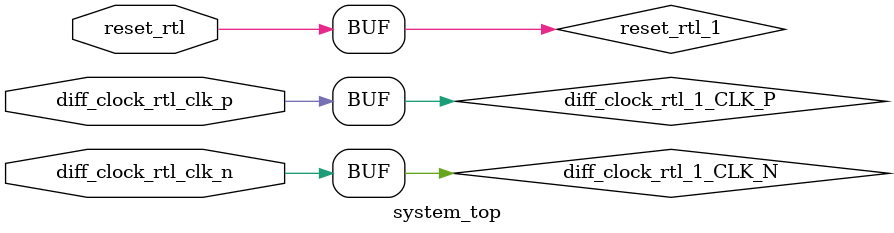
<source format=v>
`timescale 1 ps / 1 ps

module microblaze_0_local_memory_imp_EN32NK
   (DLMB_abus,
    DLMB_addrstrobe,
    DLMB_be,
    DLMB_ce,
    DLMB_readdbus,
    DLMB_readstrobe,
    DLMB_ready,
    DLMB_ue,
    DLMB_wait,
    DLMB_writedbus,
    DLMB_writestrobe,
    ILMB_abus,
    ILMB_addrstrobe,
    ILMB_ce,
    ILMB_readdbus,
    ILMB_readstrobe,
    ILMB_ready,
    ILMB_ue,
    ILMB_wait,
    LMB_Clk,
    SYS_Rst);
  input [0:31]DLMB_abus;
  input DLMB_addrstrobe;
  input [0:3]DLMB_be;
  output DLMB_ce;
  output [0:31]DLMB_readdbus;
  input DLMB_readstrobe;
  output DLMB_ready;
  output DLMB_ue;
  output DLMB_wait;
  input [0:31]DLMB_writedbus;
  input DLMB_writestrobe;
  input [0:31]ILMB_abus;
  input ILMB_addrstrobe;
  output ILMB_ce;
  output [0:31]ILMB_readdbus;
  input ILMB_readstrobe;
  output ILMB_ready;
  output ILMB_ue;
  output ILMB_wait;
  input LMB_Clk;
  input SYS_Rst;

  wire SYS_Rst_1;
  wire microblaze_0_Clk;
  wire [0:31]microblaze_0_dlmb_ABUS;
  wire microblaze_0_dlmb_ADDRSTROBE;
  wire [0:3]microblaze_0_dlmb_BE;
  wire microblaze_0_dlmb_CE;
  wire [0:31]microblaze_0_dlmb_READDBUS;
  wire microblaze_0_dlmb_READSTROBE;
  wire microblaze_0_dlmb_READY;
  wire microblaze_0_dlmb_UE;
  wire microblaze_0_dlmb_WAIT;
  wire [0:31]microblaze_0_dlmb_WRITEDBUS;
  wire microblaze_0_dlmb_WRITESTROBE;
  wire [0:31]microblaze_0_dlmb_bus_ABUS;
  wire microblaze_0_dlmb_bus_ADDRSTROBE;
  wire [0:3]microblaze_0_dlmb_bus_BE;
  wire microblaze_0_dlmb_bus_CE;
  wire [0:31]microblaze_0_dlmb_bus_READDBUS;
  wire microblaze_0_dlmb_bus_READSTROBE;
  wire microblaze_0_dlmb_bus_READY;
  wire microblaze_0_dlmb_bus_UE;
  wire microblaze_0_dlmb_bus_WAIT;
  wire [0:31]microblaze_0_dlmb_bus_WRITEDBUS;
  wire microblaze_0_dlmb_bus_WRITESTROBE;
  wire [0:31]microblaze_0_dlmb_cntlr_ADDR;
  wire microblaze_0_dlmb_cntlr_CLK;
  wire [0:31]microblaze_0_dlmb_cntlr_DIN;
  wire [31:0]microblaze_0_dlmb_cntlr_DOUT;
  wire microblaze_0_dlmb_cntlr_EN;
  wire microblaze_0_dlmb_cntlr_RST;
  wire [0:3]microblaze_0_dlmb_cntlr_WE;
  wire [0:31]microblaze_0_ilmb_ABUS;
  wire microblaze_0_ilmb_ADDRSTROBE;
  wire microblaze_0_ilmb_CE;
  wire [0:31]microblaze_0_ilmb_READDBUS;
  wire microblaze_0_ilmb_READSTROBE;
  wire microblaze_0_ilmb_READY;
  wire microblaze_0_ilmb_UE;
  wire microblaze_0_ilmb_WAIT;
  wire [0:31]microblaze_0_ilmb_bus_ABUS;
  wire microblaze_0_ilmb_bus_ADDRSTROBE;
  wire [0:3]microblaze_0_ilmb_bus_BE;
  wire microblaze_0_ilmb_bus_CE;
  wire [0:31]microblaze_0_ilmb_bus_READDBUS;
  wire microblaze_0_ilmb_bus_READSTROBE;
  wire microblaze_0_ilmb_bus_READY;
  wire microblaze_0_ilmb_bus_UE;
  wire microblaze_0_ilmb_bus_WAIT;
  wire [0:31]microblaze_0_ilmb_bus_WRITEDBUS;
  wire microblaze_0_ilmb_bus_WRITESTROBE;
  wire [0:31]microblaze_0_ilmb_cntlr_ADDR;
  wire microblaze_0_ilmb_cntlr_CLK;
  wire [0:31]microblaze_0_ilmb_cntlr_DIN;
  wire [31:0]microblaze_0_ilmb_cntlr_DOUT;
  wire microblaze_0_ilmb_cntlr_EN;
  wire microblaze_0_ilmb_cntlr_RST;
  wire [0:3]microblaze_0_ilmb_cntlr_WE;

  assign DLMB_ce = microblaze_0_dlmb_CE;
  assign DLMB_readdbus[0:31] = microblaze_0_dlmb_READDBUS;
  assign DLMB_ready = microblaze_0_dlmb_READY;
  assign DLMB_ue = microblaze_0_dlmb_UE;
  assign DLMB_wait = microblaze_0_dlmb_WAIT;
  assign ILMB_ce = microblaze_0_ilmb_CE;
  assign ILMB_readdbus[0:31] = microblaze_0_ilmb_READDBUS;
  assign ILMB_ready = microblaze_0_ilmb_READY;
  assign ILMB_ue = microblaze_0_ilmb_UE;
  assign ILMB_wait = microblaze_0_ilmb_WAIT;
  assign SYS_Rst_1 = SYS_Rst;
  assign microblaze_0_Clk = LMB_Clk;
  assign microblaze_0_dlmb_ABUS = DLMB_abus[0:31];
  assign microblaze_0_dlmb_ADDRSTROBE = DLMB_addrstrobe;
  assign microblaze_0_dlmb_BE = DLMB_be[0:3];
  assign microblaze_0_dlmb_READSTROBE = DLMB_readstrobe;
  assign microblaze_0_dlmb_WRITEDBUS = DLMB_writedbus[0:31];
  assign microblaze_0_dlmb_WRITESTROBE = DLMB_writestrobe;
  assign microblaze_0_ilmb_ABUS = ILMB_abus[0:31];
  assign microblaze_0_ilmb_ADDRSTROBE = ILMB_addrstrobe;
  assign microblaze_0_ilmb_READSTROBE = ILMB_readstrobe;
  (* BMM_INFO_ADDRESS_SPACE = "byte  0x00000000 32 > system_top microblaze_0_local_memory/lmb_bram" *) 
  (* KEEP_HIERARCHY = "yes" *) 
  system_top_dlmb_bram_if_cntlr_1 dlmb_bram_if_cntlr
       (.BRAM_Addr_A(microblaze_0_dlmb_cntlr_ADDR),
        .BRAM_Clk_A(microblaze_0_dlmb_cntlr_CLK),
        .BRAM_Din_A({microblaze_0_dlmb_cntlr_DOUT[31],microblaze_0_dlmb_cntlr_DOUT[30],microblaze_0_dlmb_cntlr_DOUT[29],microblaze_0_dlmb_cntlr_DOUT[28],microblaze_0_dlmb_cntlr_DOUT[27],microblaze_0_dlmb_cntlr_DOUT[26],microblaze_0_dlmb_cntlr_DOUT[25],microblaze_0_dlmb_cntlr_DOUT[24],microblaze_0_dlmb_cntlr_DOUT[23],microblaze_0_dlmb_cntlr_DOUT[22],microblaze_0_dlmb_cntlr_DOUT[21],microblaze_0_dlmb_cntlr_DOUT[20],microblaze_0_dlmb_cntlr_DOUT[19],microblaze_0_dlmb_cntlr_DOUT[18],microblaze_0_dlmb_cntlr_DOUT[17],microblaze_0_dlmb_cntlr_DOUT[16],microblaze_0_dlmb_cntlr_DOUT[15],microblaze_0_dlmb_cntlr_DOUT[14],microblaze_0_dlmb_cntlr_DOUT[13],microblaze_0_dlmb_cntlr_DOUT[12],microblaze_0_dlmb_cntlr_DOUT[11],microblaze_0_dlmb_cntlr_DOUT[10],microblaze_0_dlmb_cntlr_DOUT[9],microblaze_0_dlmb_cntlr_DOUT[8],microblaze_0_dlmb_cntlr_DOUT[7],microblaze_0_dlmb_cntlr_DOUT[6],microblaze_0_dlmb_cntlr_DOUT[5],microblaze_0_dlmb_cntlr_DOUT[4],microblaze_0_dlmb_cntlr_DOUT[3],microblaze_0_dlmb_cntlr_DOUT[2],microblaze_0_dlmb_cntlr_DOUT[1],microblaze_0_dlmb_cntlr_DOUT[0]}),
        .BRAM_Dout_A(microblaze_0_dlmb_cntlr_DIN),
        .BRAM_EN_A(microblaze_0_dlmb_cntlr_EN),
        .BRAM_Rst_A(microblaze_0_dlmb_cntlr_RST),
        .BRAM_WEN_A(microblaze_0_dlmb_cntlr_WE),
        .LMB_ABus(microblaze_0_dlmb_bus_ABUS),
        .LMB_AddrStrobe(microblaze_0_dlmb_bus_ADDRSTROBE),
        .LMB_BE(microblaze_0_dlmb_bus_BE),
        .LMB_Clk(microblaze_0_Clk),
        .LMB_ReadStrobe(microblaze_0_dlmb_bus_READSTROBE),
        .LMB_Rst(SYS_Rst_1),
        .LMB_WriteDBus(microblaze_0_dlmb_bus_WRITEDBUS),
        .LMB_WriteStrobe(microblaze_0_dlmb_bus_WRITESTROBE),
        .Sl_CE(microblaze_0_dlmb_bus_CE),
        .Sl_DBus(microblaze_0_dlmb_bus_READDBUS),
        .Sl_Ready(microblaze_0_dlmb_bus_READY),
        .Sl_UE(microblaze_0_dlmb_bus_UE),
        .Sl_Wait(microblaze_0_dlmb_bus_WAIT));
  system_top_dlmb_v10_1 dlmb_v10
       (.LMB_ABus(microblaze_0_dlmb_bus_ABUS),
        .LMB_AddrStrobe(microblaze_0_dlmb_bus_ADDRSTROBE),
        .LMB_BE(microblaze_0_dlmb_bus_BE),
        .LMB_CE(microblaze_0_dlmb_CE),
        .LMB_Clk(microblaze_0_Clk),
        .LMB_ReadDBus(microblaze_0_dlmb_READDBUS),
        .LMB_ReadStrobe(microblaze_0_dlmb_bus_READSTROBE),
        .LMB_Ready(microblaze_0_dlmb_READY),
        .LMB_UE(microblaze_0_dlmb_UE),
        .LMB_Wait(microblaze_0_dlmb_WAIT),
        .LMB_WriteDBus(microblaze_0_dlmb_bus_WRITEDBUS),
        .LMB_WriteStrobe(microblaze_0_dlmb_bus_WRITESTROBE),
        .M_ABus(microblaze_0_dlmb_ABUS),
        .M_AddrStrobe(microblaze_0_dlmb_ADDRSTROBE),
        .M_BE(microblaze_0_dlmb_BE),
        .M_DBus(microblaze_0_dlmb_WRITEDBUS),
        .M_ReadStrobe(microblaze_0_dlmb_READSTROBE),
        .M_WriteStrobe(microblaze_0_dlmb_WRITESTROBE),
        .SYS_Rst(SYS_Rst_1),
        .Sl_CE(microblaze_0_dlmb_bus_CE),
        .Sl_DBus(microblaze_0_dlmb_bus_READDBUS),
        .Sl_Ready(microblaze_0_dlmb_bus_READY),
        .Sl_UE(microblaze_0_dlmb_bus_UE),
        .Sl_Wait(microblaze_0_dlmb_bus_WAIT));
  system_top_ilmb_bram_if_cntlr_1 ilmb_bram_if_cntlr
       (.BRAM_Addr_A(microblaze_0_ilmb_cntlr_ADDR),
        .BRAM_Clk_A(microblaze_0_ilmb_cntlr_CLK),
        .BRAM_Din_A({microblaze_0_ilmb_cntlr_DOUT[31],microblaze_0_ilmb_cntlr_DOUT[30],microblaze_0_ilmb_cntlr_DOUT[29],microblaze_0_ilmb_cntlr_DOUT[28],microblaze_0_ilmb_cntlr_DOUT[27],microblaze_0_ilmb_cntlr_DOUT[26],microblaze_0_ilmb_cntlr_DOUT[25],microblaze_0_ilmb_cntlr_DOUT[24],microblaze_0_ilmb_cntlr_DOUT[23],microblaze_0_ilmb_cntlr_DOUT[22],microblaze_0_ilmb_cntlr_DOUT[21],microblaze_0_ilmb_cntlr_DOUT[20],microblaze_0_ilmb_cntlr_DOUT[19],microblaze_0_ilmb_cntlr_DOUT[18],microblaze_0_ilmb_cntlr_DOUT[17],microblaze_0_ilmb_cntlr_DOUT[16],microblaze_0_ilmb_cntlr_DOUT[15],microblaze_0_ilmb_cntlr_DOUT[14],microblaze_0_ilmb_cntlr_DOUT[13],microblaze_0_ilmb_cntlr_DOUT[12],microblaze_0_ilmb_cntlr_DOUT[11],microblaze_0_ilmb_cntlr_DOUT[10],microblaze_0_ilmb_cntlr_DOUT[9],microblaze_0_ilmb_cntlr_DOUT[8],microblaze_0_ilmb_cntlr_DOUT[7],microblaze_0_ilmb_cntlr_DOUT[6],microblaze_0_ilmb_cntlr_DOUT[5],microblaze_0_ilmb_cntlr_DOUT[4],microblaze_0_ilmb_cntlr_DOUT[3],microblaze_0_ilmb_cntlr_DOUT[2],microblaze_0_ilmb_cntlr_DOUT[1],microblaze_0_ilmb_cntlr_DOUT[0]}),
        .BRAM_Dout_A(microblaze_0_ilmb_cntlr_DIN),
        .BRAM_EN_A(microblaze_0_ilmb_cntlr_EN),
        .BRAM_Rst_A(microblaze_0_ilmb_cntlr_RST),
        .BRAM_WEN_A(microblaze_0_ilmb_cntlr_WE),
        .LMB_ABus(microblaze_0_ilmb_bus_ABUS),
        .LMB_AddrStrobe(microblaze_0_ilmb_bus_ADDRSTROBE),
        .LMB_BE(microblaze_0_ilmb_bus_BE),
        .LMB_Clk(microblaze_0_Clk),
        .LMB_ReadStrobe(microblaze_0_ilmb_bus_READSTROBE),
        .LMB_Rst(SYS_Rst_1),
        .LMB_WriteDBus(microblaze_0_ilmb_bus_WRITEDBUS),
        .LMB_WriteStrobe(microblaze_0_ilmb_bus_WRITESTROBE),
        .Sl_CE(microblaze_0_ilmb_bus_CE),
        .Sl_DBus(microblaze_0_ilmb_bus_READDBUS),
        .Sl_Ready(microblaze_0_ilmb_bus_READY),
        .Sl_UE(microblaze_0_ilmb_bus_UE),
        .Sl_Wait(microblaze_0_ilmb_bus_WAIT));
  system_top_ilmb_v10_1 ilmb_v10
       (.LMB_ABus(microblaze_0_ilmb_bus_ABUS),
        .LMB_AddrStrobe(microblaze_0_ilmb_bus_ADDRSTROBE),
        .LMB_BE(microblaze_0_ilmb_bus_BE),
        .LMB_CE(microblaze_0_ilmb_CE),
        .LMB_Clk(microblaze_0_Clk),
        .LMB_ReadDBus(microblaze_0_ilmb_READDBUS),
        .LMB_ReadStrobe(microblaze_0_ilmb_bus_READSTROBE),
        .LMB_Ready(microblaze_0_ilmb_READY),
        .LMB_UE(microblaze_0_ilmb_UE),
        .LMB_Wait(microblaze_0_ilmb_WAIT),
        .LMB_WriteDBus(microblaze_0_ilmb_bus_WRITEDBUS),
        .LMB_WriteStrobe(microblaze_0_ilmb_bus_WRITESTROBE),
        .M_ABus(microblaze_0_ilmb_ABUS),
        .M_AddrStrobe(microblaze_0_ilmb_ADDRSTROBE),
        .M_BE({1'b0,1'b0,1'b0,1'b0}),
        .M_DBus({1'b0,1'b0,1'b0,1'b0,1'b0,1'b0,1'b0,1'b0,1'b0,1'b0,1'b0,1'b0,1'b0,1'b0,1'b0,1'b0,1'b0,1'b0,1'b0,1'b0,1'b0,1'b0,1'b0,1'b0,1'b0,1'b0,1'b0,1'b0,1'b0,1'b0,1'b0,1'b0}),
        .M_ReadStrobe(microblaze_0_ilmb_READSTROBE),
        .M_WriteStrobe(1'b0),
        .SYS_Rst(SYS_Rst_1),
        .Sl_CE(microblaze_0_ilmb_bus_CE),
        .Sl_DBus(microblaze_0_ilmb_bus_READDBUS),
        .Sl_Ready(microblaze_0_ilmb_bus_READY),
        .Sl_UE(microblaze_0_ilmb_bus_UE),
        .Sl_Wait(microblaze_0_ilmb_bus_WAIT));
  system_top_lmb_bram_1 lmb_bram
       (.addra({microblaze_0_dlmb_cntlr_ADDR[0],microblaze_0_dlmb_cntlr_ADDR[1],microblaze_0_dlmb_cntlr_ADDR[2],microblaze_0_dlmb_cntlr_ADDR[3],microblaze_0_dlmb_cntlr_ADDR[4],microblaze_0_dlmb_cntlr_ADDR[5],microblaze_0_dlmb_cntlr_ADDR[6],microblaze_0_dlmb_cntlr_ADDR[7],microblaze_0_dlmb_cntlr_ADDR[8],microblaze_0_dlmb_cntlr_ADDR[9],microblaze_0_dlmb_cntlr_ADDR[10],microblaze_0_dlmb_cntlr_ADDR[11],microblaze_0_dlmb_cntlr_ADDR[12],microblaze_0_dlmb_cntlr_ADDR[13],microblaze_0_dlmb_cntlr_ADDR[14],microblaze_0_dlmb_cntlr_ADDR[15],microblaze_0_dlmb_cntlr_ADDR[16],microblaze_0_dlmb_cntlr_ADDR[17],microblaze_0_dlmb_cntlr_ADDR[18],microblaze_0_dlmb_cntlr_ADDR[19],microblaze_0_dlmb_cntlr_ADDR[20],microblaze_0_dlmb_cntlr_ADDR[21],microblaze_0_dlmb_cntlr_ADDR[22],microblaze_0_dlmb_cntlr_ADDR[23],microblaze_0_dlmb_cntlr_ADDR[24],microblaze_0_dlmb_cntlr_ADDR[25],microblaze_0_dlmb_cntlr_ADDR[26],microblaze_0_dlmb_cntlr_ADDR[27],microblaze_0_dlmb_cntlr_ADDR[28],microblaze_0_dlmb_cntlr_ADDR[29],microblaze_0_dlmb_cntlr_ADDR[30],microblaze_0_dlmb_cntlr_ADDR[31]}),
        .addrb({microblaze_0_ilmb_cntlr_ADDR[0],microblaze_0_ilmb_cntlr_ADDR[1],microblaze_0_ilmb_cntlr_ADDR[2],microblaze_0_ilmb_cntlr_ADDR[3],microblaze_0_ilmb_cntlr_ADDR[4],microblaze_0_ilmb_cntlr_ADDR[5],microblaze_0_ilmb_cntlr_ADDR[6],microblaze_0_ilmb_cntlr_ADDR[7],microblaze_0_ilmb_cntlr_ADDR[8],microblaze_0_ilmb_cntlr_ADDR[9],microblaze_0_ilmb_cntlr_ADDR[10],microblaze_0_ilmb_cntlr_ADDR[11],microblaze_0_ilmb_cntlr_ADDR[12],microblaze_0_ilmb_cntlr_ADDR[13],microblaze_0_ilmb_cntlr_ADDR[14],microblaze_0_ilmb_cntlr_ADDR[15],microblaze_0_ilmb_cntlr_ADDR[16],microblaze_0_ilmb_cntlr_ADDR[17],microblaze_0_ilmb_cntlr_ADDR[18],microblaze_0_ilmb_cntlr_ADDR[19],microblaze_0_ilmb_cntlr_ADDR[20],microblaze_0_ilmb_cntlr_ADDR[21],microblaze_0_ilmb_cntlr_ADDR[22],microblaze_0_ilmb_cntlr_ADDR[23],microblaze_0_ilmb_cntlr_ADDR[24],microblaze_0_ilmb_cntlr_ADDR[25],microblaze_0_ilmb_cntlr_ADDR[26],microblaze_0_ilmb_cntlr_ADDR[27],microblaze_0_ilmb_cntlr_ADDR[28],microblaze_0_ilmb_cntlr_ADDR[29],microblaze_0_ilmb_cntlr_ADDR[30],microblaze_0_ilmb_cntlr_ADDR[31]}),
        .clka(microblaze_0_dlmb_cntlr_CLK),
        .clkb(microblaze_0_ilmb_cntlr_CLK),
        .dina({microblaze_0_dlmb_cntlr_DIN[0],microblaze_0_dlmb_cntlr_DIN[1],microblaze_0_dlmb_cntlr_DIN[2],microblaze_0_dlmb_cntlr_DIN[3],microblaze_0_dlmb_cntlr_DIN[4],microblaze_0_dlmb_cntlr_DIN[5],microblaze_0_dlmb_cntlr_DIN[6],microblaze_0_dlmb_cntlr_DIN[7],microblaze_0_dlmb_cntlr_DIN[8],microblaze_0_dlmb_cntlr_DIN[9],microblaze_0_dlmb_cntlr_DIN[10],microblaze_0_dlmb_cntlr_DIN[11],microblaze_0_dlmb_cntlr_DIN[12],microblaze_0_dlmb_cntlr_DIN[13],microblaze_0_dlmb_cntlr_DIN[14],microblaze_0_dlmb_cntlr_DIN[15],microblaze_0_dlmb_cntlr_DIN[16],microblaze_0_dlmb_cntlr_DIN[17],microblaze_0_dlmb_cntlr_DIN[18],microblaze_0_dlmb_cntlr_DIN[19],microblaze_0_dlmb_cntlr_DIN[20],microblaze_0_dlmb_cntlr_DIN[21],microblaze_0_dlmb_cntlr_DIN[22],microblaze_0_dlmb_cntlr_DIN[23],microblaze_0_dlmb_cntlr_DIN[24],microblaze_0_dlmb_cntlr_DIN[25],microblaze_0_dlmb_cntlr_DIN[26],microblaze_0_dlmb_cntlr_DIN[27],microblaze_0_dlmb_cntlr_DIN[28],microblaze_0_dlmb_cntlr_DIN[29],microblaze_0_dlmb_cntlr_DIN[30],microblaze_0_dlmb_cntlr_DIN[31]}),
        .dinb({microblaze_0_ilmb_cntlr_DIN[0],microblaze_0_ilmb_cntlr_DIN[1],microblaze_0_ilmb_cntlr_DIN[2],microblaze_0_ilmb_cntlr_DIN[3],microblaze_0_ilmb_cntlr_DIN[4],microblaze_0_ilmb_cntlr_DIN[5],microblaze_0_ilmb_cntlr_DIN[6],microblaze_0_ilmb_cntlr_DIN[7],microblaze_0_ilmb_cntlr_DIN[8],microblaze_0_ilmb_cntlr_DIN[9],microblaze_0_ilmb_cntlr_DIN[10],microblaze_0_ilmb_cntlr_DIN[11],microblaze_0_ilmb_cntlr_DIN[12],microblaze_0_ilmb_cntlr_DIN[13],microblaze_0_ilmb_cntlr_DIN[14],microblaze_0_ilmb_cntlr_DIN[15],microblaze_0_ilmb_cntlr_DIN[16],microblaze_0_ilmb_cntlr_DIN[17],microblaze_0_ilmb_cntlr_DIN[18],microblaze_0_ilmb_cntlr_DIN[19],microblaze_0_ilmb_cntlr_DIN[20],microblaze_0_ilmb_cntlr_DIN[21],microblaze_0_ilmb_cntlr_DIN[22],microblaze_0_ilmb_cntlr_DIN[23],microblaze_0_ilmb_cntlr_DIN[24],microblaze_0_ilmb_cntlr_DIN[25],microblaze_0_ilmb_cntlr_DIN[26],microblaze_0_ilmb_cntlr_DIN[27],microblaze_0_ilmb_cntlr_DIN[28],microblaze_0_ilmb_cntlr_DIN[29],microblaze_0_ilmb_cntlr_DIN[30],microblaze_0_ilmb_cntlr_DIN[31]}),
        .douta(microblaze_0_dlmb_cntlr_DOUT),
        .doutb(microblaze_0_ilmb_cntlr_DOUT),
        .ena(microblaze_0_dlmb_cntlr_EN),
        .enb(microblaze_0_ilmb_cntlr_EN),
        .rsta(microblaze_0_dlmb_cntlr_RST),
        .rstb(microblaze_0_ilmb_cntlr_RST),
        .wea({microblaze_0_dlmb_cntlr_WE[0],microblaze_0_dlmb_cntlr_WE[1],microblaze_0_dlmb_cntlr_WE[2],microblaze_0_dlmb_cntlr_WE[3]}),
        .web({microblaze_0_ilmb_cntlr_WE[0],microblaze_0_ilmb_cntlr_WE[1],microblaze_0_ilmb_cntlr_WE[2],microblaze_0_ilmb_cntlr_WE[3]}));
endmodule

(* CORE_GENERATION_INFO = "system_top,IP_Integrator,{x_ipVendor=xilinx.com,x_ipLibrary=BlockDiagram,x_ipName=system_top,x_ipVersion=1.00.a,x_ipLanguage=VERILOG,numBlks=14,numReposBlks=13,numNonXlnxBlks=0,numHierBlks=1,maxHierDepth=1,numSysgenBlks=0,numHlsBlks=0,numHdlrefBlks=0,numPkgbdBlks=0,bdsource=USER,da_axi4_cnt=5,da_board_cnt=9,da_clkrst_cnt=1,da_mb_cnt=2,da_ps7_cnt=1,synth_mode=OOC_per_IP}" *) (* HW_HANDOFF = "system_top.hwdef" *) 
module system_top
   (diff_clock_rtl_clk_n,
    diff_clock_rtl_clk_p,
    reset_rtl);
  (* X_INTERFACE_INFO = "xilinx.com:interface:diff_clock:1.0 diff_clock_rtl CLK_N" *) (* X_INTERFACE_PARAMETER = "XIL_INTERFACENAME diff_clock_rtl, CAN_DEBUG false, FREQ_HZ 100000000" *) input diff_clock_rtl_clk_n;
  (* X_INTERFACE_INFO = "xilinx.com:interface:diff_clock:1.0 diff_clock_rtl CLK_P" *) input diff_clock_rtl_clk_p;
  (* X_INTERFACE_INFO = "xilinx.com:signal:reset:1.0 RST.RESET_RTL RST" *) (* X_INTERFACE_PARAMETER = "XIL_INTERFACENAME RST.RESET_RTL, INSERT_VIP 0, POLARITY ACTIVE_LOW" *) input reset_rtl;

  wire [12:0]axi_bram_ctrl_0_BRAM_PORTA_ADDR;
  wire axi_bram_ctrl_0_BRAM_PORTA_CLK;
  wire [31:0]axi_bram_ctrl_0_BRAM_PORTA_DIN;
  wire [31:0]axi_bram_ctrl_0_BRAM_PORTA_DOUT;
  wire axi_bram_ctrl_0_BRAM_PORTA_EN;
  wire axi_bram_ctrl_0_BRAM_PORTA_RST;
  wire [3:0]axi_bram_ctrl_0_BRAM_PORTA_WE;
  wire [12:0]axi_bram_ctrl_0_BRAM_PORTB_ADDR;
  wire axi_bram_ctrl_0_BRAM_PORTB_CLK;
  wire [31:0]axi_bram_ctrl_0_BRAM_PORTB_DIN;
  wire [31:0]axi_bram_ctrl_0_BRAM_PORTB_DOUT;
  wire axi_bram_ctrl_0_BRAM_PORTB_EN;
  wire axi_bram_ctrl_0_BRAM_PORTB_RST;
  wire [3:0]axi_bram_ctrl_0_BRAM_PORTB_WE;
  wire [12:0]axi_smc_M00_AXI_ARADDR;
  wire [1:0]axi_smc_M00_AXI_ARBURST;
  wire [3:0]axi_smc_M00_AXI_ARCACHE;
  wire [7:0]axi_smc_M00_AXI_ARLEN;
  wire [0:0]axi_smc_M00_AXI_ARLOCK;
  wire [2:0]axi_smc_M00_AXI_ARPROT;
  wire axi_smc_M00_AXI_ARREADY;
  wire [2:0]axi_smc_M00_AXI_ARSIZE;
  wire axi_smc_M00_AXI_ARVALID;
  wire [12:0]axi_smc_M00_AXI_AWADDR;
  wire [1:0]axi_smc_M00_AXI_AWBURST;
  wire [3:0]axi_smc_M00_AXI_AWCACHE;
  wire [7:0]axi_smc_M00_AXI_AWLEN;
  wire [0:0]axi_smc_M00_AXI_AWLOCK;
  wire [2:0]axi_smc_M00_AXI_AWPROT;
  wire axi_smc_M00_AXI_AWREADY;
  wire [2:0]axi_smc_M00_AXI_AWSIZE;
  wire axi_smc_M00_AXI_AWVALID;
  wire axi_smc_M00_AXI_BREADY;
  wire [1:0]axi_smc_M00_AXI_BRESP;
  wire axi_smc_M00_AXI_BVALID;
  wire [31:0]axi_smc_M00_AXI_RDATA;
  wire axi_smc_M00_AXI_RLAST;
  wire axi_smc_M00_AXI_RREADY;
  wire [1:0]axi_smc_M00_AXI_RRESP;
  wire axi_smc_M00_AXI_RVALID;
  wire [31:0]axi_smc_M00_AXI_WDATA;
  wire axi_smc_M00_AXI_WLAST;
  wire axi_smc_M00_AXI_WREADY;
  wire [3:0]axi_smc_M00_AXI_WSTRB;
  wire axi_smc_M00_AXI_WVALID;
  wire [10:0]axi_smc_M01_AXI_ARADDR;
  wire axi_smc_M01_AXI_ARREADY;
  wire axi_smc_M01_AXI_ARVALID;
  wire [10:0]axi_smc_M01_AXI_AWADDR;
  wire axi_smc_M01_AXI_AWREADY;
  wire axi_smc_M01_AXI_AWVALID;
  wire axi_smc_M01_AXI_BREADY;
  wire [1:0]axi_smc_M01_AXI_BRESP;
  wire axi_smc_M01_AXI_BVALID;
  wire [31:0]axi_smc_M01_AXI_RDATA;
  wire axi_smc_M01_AXI_RREADY;
  wire [1:0]axi_smc_M01_AXI_RRESP;
  wire axi_smc_M01_AXI_RVALID;
  wire [31:0]axi_smc_M01_AXI_WDATA;
  wire axi_smc_M01_AXI_WREADY;
  wire [3:0]axi_smc_M01_AXI_WSTRB;
  wire axi_smc_M01_AXI_WVALID;
  wire clk_wiz_1_locked;
  wire diff_clock_rtl_1_CLK_N;
  wire diff_clock_rtl_1_CLK_P;
  wire mdm_1_debug_sys_rst;
  wire microblaze_0_Clk;
  wire [31:0]microblaze_0_M_AXI_DP_ARADDR;
  wire [2:0]microblaze_0_M_AXI_DP_ARPROT;
  wire microblaze_0_M_AXI_DP_ARREADY;
  wire microblaze_0_M_AXI_DP_ARVALID;
  wire [31:0]microblaze_0_M_AXI_DP_AWADDR;
  wire [2:0]microblaze_0_M_AXI_DP_AWPROT;
  wire microblaze_0_M_AXI_DP_AWREADY;
  wire microblaze_0_M_AXI_DP_AWVALID;
  wire microblaze_0_M_AXI_DP_BREADY;
  wire [1:0]microblaze_0_M_AXI_DP_BRESP;
  wire microblaze_0_M_AXI_DP_BVALID;
  wire [31:0]microblaze_0_M_AXI_DP_RDATA;
  wire microblaze_0_M_AXI_DP_RREADY;
  wire [1:0]microblaze_0_M_AXI_DP_RRESP;
  wire microblaze_0_M_AXI_DP_RVALID;
  wire [31:0]microblaze_0_M_AXI_DP_WDATA;
  wire microblaze_0_M_AXI_DP_WREADY;
  wire [3:0]microblaze_0_M_AXI_DP_WSTRB;
  wire microblaze_0_M_AXI_DP_WVALID;
  wire microblaze_0_debug_CAPTURE;
  wire microblaze_0_debug_CLK;
  wire microblaze_0_debug_DISABLE;
  wire [0:7]microblaze_0_debug_REG_EN;
  wire microblaze_0_debug_RST;
  wire microblaze_0_debug_SHIFT;
  wire microblaze_0_debug_TDI;
  wire microblaze_0_debug_TDO;
  wire microblaze_0_debug_UPDATE;
  wire [0:31]microblaze_0_dlmb_1_ABUS;
  wire microblaze_0_dlmb_1_ADDRSTROBE;
  wire [0:3]microblaze_0_dlmb_1_BE;
  wire microblaze_0_dlmb_1_CE;
  wire [0:31]microblaze_0_dlmb_1_READDBUS;
  wire microblaze_0_dlmb_1_READSTROBE;
  wire microblaze_0_dlmb_1_READY;
  wire microblaze_0_dlmb_1_UE;
  wire microblaze_0_dlmb_1_WAIT;
  wire [0:31]microblaze_0_dlmb_1_WRITEDBUS;
  wire microblaze_0_dlmb_1_WRITESTROBE;
  wire [0:31]microblaze_0_ilmb_1_ABUS;
  wire microblaze_0_ilmb_1_ADDRSTROBE;
  wire microblaze_0_ilmb_1_CE;
  wire [0:31]microblaze_0_ilmb_1_READDBUS;
  wire microblaze_0_ilmb_1_READSTROBE;
  wire microblaze_0_ilmb_1_READY;
  wire microblaze_0_ilmb_1_UE;
  wire microblaze_0_ilmb_1_WAIT;
  wire reset_rtl_1;
  wire [0:0]rst_clk_wiz_1_100M_bus_struct_reset;
  wire rst_clk_wiz_1_100M_mb_reset;
  wire [0:0]rst_clk_wiz_1_100M_peripheral_aresetn;

  assign diff_clock_rtl_1_CLK_N = diff_clock_rtl_clk_n;
  assign diff_clock_rtl_1_CLK_P = diff_clock_rtl_clk_p;
  assign reset_rtl_1 = reset_rtl;
  system_top_axi_bram_ctrl_0_0 axi_bram_ctrl_0
       (.bram_addr_a(axi_bram_ctrl_0_BRAM_PORTA_ADDR),
        .bram_addr_b(axi_bram_ctrl_0_BRAM_PORTB_ADDR),
        .bram_clk_a(axi_bram_ctrl_0_BRAM_PORTA_CLK),
        .bram_clk_b(axi_bram_ctrl_0_BRAM_PORTB_CLK),
        .bram_en_a(axi_bram_ctrl_0_BRAM_PORTA_EN),
        .bram_en_b(axi_bram_ctrl_0_BRAM_PORTB_EN),
        .bram_rddata_a(axi_bram_ctrl_0_BRAM_PORTA_DOUT),
        .bram_rddata_b(axi_bram_ctrl_0_BRAM_PORTB_DOUT),
        .bram_rst_a(axi_bram_ctrl_0_BRAM_PORTA_RST),
        .bram_rst_b(axi_bram_ctrl_0_BRAM_PORTB_RST),
        .bram_we_a(axi_bram_ctrl_0_BRAM_PORTA_WE),
        .bram_we_b(axi_bram_ctrl_0_BRAM_PORTB_WE),
        .bram_wrdata_a(axi_bram_ctrl_0_BRAM_PORTA_DIN),
        .bram_wrdata_b(axi_bram_ctrl_0_BRAM_PORTB_DIN),
        .s_axi_aclk(microblaze_0_Clk),
        .s_axi_araddr(axi_smc_M00_AXI_ARADDR),
        .s_axi_arburst(axi_smc_M00_AXI_ARBURST),
        .s_axi_arcache(axi_smc_M00_AXI_ARCACHE),
        .s_axi_aresetn(rst_clk_wiz_1_100M_peripheral_aresetn),
        .s_axi_arlen(axi_smc_M00_AXI_ARLEN),
        .s_axi_arlock(axi_smc_M00_AXI_ARLOCK),
        .s_axi_arprot(axi_smc_M00_AXI_ARPROT),
        .s_axi_arready(axi_smc_M00_AXI_ARREADY),
        .s_axi_arsize(axi_smc_M00_AXI_ARSIZE),
        .s_axi_arvalid(axi_smc_M00_AXI_ARVALID),
        .s_axi_awaddr(axi_smc_M00_AXI_AWADDR),
        .s_axi_awburst(axi_smc_M00_AXI_AWBURST),
        .s_axi_awcache(axi_smc_M00_AXI_AWCACHE),
        .s_axi_awlen(axi_smc_M00_AXI_AWLEN),
        .s_axi_awlock(axi_smc_M00_AXI_AWLOCK),
        .s_axi_awprot(axi_smc_M00_AXI_AWPROT),
        .s_axi_awready(axi_smc_M00_AXI_AWREADY),
        .s_axi_awsize(axi_smc_M00_AXI_AWSIZE),
        .s_axi_awvalid(axi_smc_M00_AXI_AWVALID),
        .s_axi_bready(axi_smc_M00_AXI_BREADY),
        .s_axi_bresp(axi_smc_M00_AXI_BRESP),
        .s_axi_bvalid(axi_smc_M00_AXI_BVALID),
        .s_axi_rdata(axi_smc_M00_AXI_RDATA),
        .s_axi_rlast(axi_smc_M00_AXI_RLAST),
        .s_axi_rready(axi_smc_M00_AXI_RREADY),
        .s_axi_rresp(axi_smc_M00_AXI_RRESP),
        .s_axi_rvalid(axi_smc_M00_AXI_RVALID),
        .s_axi_wdata(axi_smc_M00_AXI_WDATA),
        .s_axi_wlast(axi_smc_M00_AXI_WLAST),
        .s_axi_wready(axi_smc_M00_AXI_WREADY),
        .s_axi_wstrb(axi_smc_M00_AXI_WSTRB),
        .s_axi_wvalid(axi_smc_M00_AXI_WVALID));
  system_top_axi_smc_1 axi_smc
       (.M00_AXI_araddr(axi_smc_M00_AXI_ARADDR),
        .M00_AXI_arburst(axi_smc_M00_AXI_ARBURST),
        .M00_AXI_arcache(axi_smc_M00_AXI_ARCACHE),
        .M00_AXI_arlen(axi_smc_M00_AXI_ARLEN),
        .M00_AXI_arlock(axi_smc_M00_AXI_ARLOCK),
        .M00_AXI_arprot(axi_smc_M00_AXI_ARPROT),
        .M00_AXI_arready(axi_smc_M00_AXI_ARREADY),
        .M00_AXI_arsize(axi_smc_M00_AXI_ARSIZE),
        .M00_AXI_arvalid(axi_smc_M00_AXI_ARVALID),
        .M00_AXI_awaddr(axi_smc_M00_AXI_AWADDR),
        .M00_AXI_awburst(axi_smc_M00_AXI_AWBURST),
        .M00_AXI_awcache(axi_smc_M00_AXI_AWCACHE),
        .M00_AXI_awlen(axi_smc_M00_AXI_AWLEN),
        .M00_AXI_awlock(axi_smc_M00_AXI_AWLOCK),
        .M00_AXI_awprot(axi_smc_M00_AXI_AWPROT),
        .M00_AXI_awready(axi_smc_M00_AXI_AWREADY),
        .M00_AXI_awsize(axi_smc_M00_AXI_AWSIZE),
        .M00_AXI_awvalid(axi_smc_M00_AXI_AWVALID),
        .M00_AXI_bready(axi_smc_M00_AXI_BREADY),
        .M00_AXI_bresp(axi_smc_M00_AXI_BRESP),
        .M00_AXI_bvalid(axi_smc_M00_AXI_BVALID),
        .M00_AXI_rdata(axi_smc_M00_AXI_RDATA),
        .M00_AXI_rlast(axi_smc_M00_AXI_RLAST),
        .M00_AXI_rready(axi_smc_M00_AXI_RREADY),
        .M00_AXI_rresp(axi_smc_M00_AXI_RRESP),
        .M00_AXI_rvalid(axi_smc_M00_AXI_RVALID),
        .M00_AXI_wdata(axi_smc_M00_AXI_WDATA),
        .M00_AXI_wlast(axi_smc_M00_AXI_WLAST),
        .M00_AXI_wready(axi_smc_M00_AXI_WREADY),
        .M00_AXI_wstrb(axi_smc_M00_AXI_WSTRB),
        .M00_AXI_wvalid(axi_smc_M00_AXI_WVALID),
        .M01_AXI_araddr(axi_smc_M01_AXI_ARADDR),
        .M01_AXI_arready(axi_smc_M01_AXI_ARREADY),
        .M01_AXI_arvalid(axi_smc_M01_AXI_ARVALID),
        .M01_AXI_awaddr(axi_smc_M01_AXI_AWADDR),
        .M01_AXI_awready(axi_smc_M01_AXI_AWREADY),
        .M01_AXI_awvalid(axi_smc_M01_AXI_AWVALID),
        .M01_AXI_bready(axi_smc_M01_AXI_BREADY),
        .M01_AXI_bresp(axi_smc_M01_AXI_BRESP),
        .M01_AXI_bvalid(axi_smc_M01_AXI_BVALID),
        .M01_AXI_rdata(axi_smc_M01_AXI_RDATA),
        .M01_AXI_rready(axi_smc_M01_AXI_RREADY),
        .M01_AXI_rresp(axi_smc_M01_AXI_RRESP),
        .M01_AXI_rvalid(axi_smc_M01_AXI_RVALID),
        .M01_AXI_wdata(axi_smc_M01_AXI_WDATA),
        .M01_AXI_wready(axi_smc_M01_AXI_WREADY),
        .M01_AXI_wstrb(axi_smc_M01_AXI_WSTRB),
        .M01_AXI_wvalid(axi_smc_M01_AXI_WVALID),
        .S00_AXI_araddr(microblaze_0_M_AXI_DP_ARADDR),
        .S00_AXI_arprot(microblaze_0_M_AXI_DP_ARPROT),
        .S00_AXI_arready(microblaze_0_M_AXI_DP_ARREADY),
        .S00_AXI_arvalid(microblaze_0_M_AXI_DP_ARVALID),
        .S00_AXI_awaddr(microblaze_0_M_AXI_DP_AWADDR),
        .S00_AXI_awprot(microblaze_0_M_AXI_DP_AWPROT),
        .S00_AXI_awready(microblaze_0_M_AXI_DP_AWREADY),
        .S00_AXI_awvalid(microblaze_0_M_AXI_DP_AWVALID),
        .S00_AXI_bready(microblaze_0_M_AXI_DP_BREADY),
        .S00_AXI_bresp(microblaze_0_M_AXI_DP_BRESP),
        .S00_AXI_bvalid(microblaze_0_M_AXI_DP_BVALID),
        .S00_AXI_rdata(microblaze_0_M_AXI_DP_RDATA),
        .S00_AXI_rready(microblaze_0_M_AXI_DP_RREADY),
        .S00_AXI_rresp(microblaze_0_M_AXI_DP_RRESP),
        .S00_AXI_rvalid(microblaze_0_M_AXI_DP_RVALID),
        .S00_AXI_wdata(microblaze_0_M_AXI_DP_WDATA),
        .S00_AXI_wready(microblaze_0_M_AXI_DP_WREADY),
        .S00_AXI_wstrb(microblaze_0_M_AXI_DP_WSTRB),
        .S00_AXI_wvalid(microblaze_0_M_AXI_DP_WVALID),
        .aclk(microblaze_0_Clk),
        .aclk1(microblaze_0_Clk),
        .aclk2(microblaze_0_Clk),
        .aresetn(rst_clk_wiz_1_100M_peripheral_aresetn));
  system_top_bram_ip_top_0_2 bram_ip_top_0
       (.bram_addr_a(axi_bram_ctrl_0_BRAM_PORTA_ADDR[11:0]),
        .bram_addr_b(axi_bram_ctrl_0_BRAM_PORTB_ADDR[11:0]),
        .bram_clk_a(axi_bram_ctrl_0_BRAM_PORTA_CLK),
        .bram_clk_b(axi_bram_ctrl_0_BRAM_PORTB_CLK),
        .bram_en_a(axi_bram_ctrl_0_BRAM_PORTA_EN),
        .bram_en_b(axi_bram_ctrl_0_BRAM_PORTB_EN),
        .bram_rddata_a(axi_bram_ctrl_0_BRAM_PORTA_DOUT),
        .bram_rddata_b(axi_bram_ctrl_0_BRAM_PORTB_DOUT),
        .bram_rst_a(axi_bram_ctrl_0_BRAM_PORTA_RST),
        .bram_rst_b(axi_bram_ctrl_0_BRAM_PORTB_RST),
        .bram_we_a(axi_bram_ctrl_0_BRAM_PORTA_WE),
        .bram_we_b(axi_bram_ctrl_0_BRAM_PORTB_WE),
        .bram_wrdata_a(axi_bram_ctrl_0_BRAM_PORTA_DIN),
        .bram_wrdata_b(axi_bram_ctrl_0_BRAM_PORTB_DIN));
  system_top_clk_wiz_1_1 clk_wiz_1
       (.clk_in1_n(diff_clock_rtl_1_CLK_N),
        .clk_in1_p(diff_clock_rtl_1_CLK_P),
        .clk_out1(microblaze_0_Clk),
        .locked(clk_wiz_1_locked),
        .reset(mdm_1_debug_sys_rst));
  system_top_mdm_1_1 mdm_1
       (.Dbg_Capture_0(microblaze_0_debug_CAPTURE),
        .Dbg_Clk_0(microblaze_0_debug_CLK),
        .Dbg_Disable_0(microblaze_0_debug_DISABLE),
        .Dbg_Reg_En_0(microblaze_0_debug_REG_EN),
        .Dbg_Rst_0(microblaze_0_debug_RST),
        .Dbg_Shift_0(microblaze_0_debug_SHIFT),
        .Dbg_TDI_0(microblaze_0_debug_TDI),
        .Dbg_TDO_0(microblaze_0_debug_TDO),
        .Dbg_Update_0(microblaze_0_debug_UPDATE),
        .Debug_SYS_Rst(mdm_1_debug_sys_rst));
  (* BMM_INFO_PROCESSOR = "microblaze-le > system_top microblaze_0_local_memory/dlmb_bram_if_cntlr" *) 
  (* KEEP_HIERARCHY = "yes" *) 
  system_top_microblaze_0_1 microblaze_0
       (.Byte_Enable(microblaze_0_dlmb_1_BE),
        .Clk(microblaze_0_Clk),
        .DCE(microblaze_0_dlmb_1_CE),
        .DReady(microblaze_0_dlmb_1_READY),
        .DUE(microblaze_0_dlmb_1_UE),
        .DWait(microblaze_0_dlmb_1_WAIT),
        .D_AS(microblaze_0_dlmb_1_ADDRSTROBE),
        .Data_Addr(microblaze_0_dlmb_1_ABUS),
        .Data_Read(microblaze_0_dlmb_1_READDBUS),
        .Data_Write(microblaze_0_dlmb_1_WRITEDBUS),
        .Dbg_Capture(microblaze_0_debug_CAPTURE),
        .Dbg_Clk(microblaze_0_debug_CLK),
        .Dbg_Disable(microblaze_0_debug_DISABLE),
        .Dbg_Reg_En(microblaze_0_debug_REG_EN),
        .Dbg_Shift(microblaze_0_debug_SHIFT),
        .Dbg_TDI(microblaze_0_debug_TDI),
        .Dbg_TDO(microblaze_0_debug_TDO),
        .Dbg_Update(microblaze_0_debug_UPDATE),
        .Debug_Rst(microblaze_0_debug_RST),
        .ICE(microblaze_0_ilmb_1_CE),
        .IFetch(microblaze_0_ilmb_1_READSTROBE),
        .IReady(microblaze_0_ilmb_1_READY),
        .IUE(microblaze_0_ilmb_1_UE),
        .IWAIT(microblaze_0_ilmb_1_WAIT),
        .I_AS(microblaze_0_ilmb_1_ADDRSTROBE),
        .Instr(microblaze_0_ilmb_1_READDBUS),
        .Instr_Addr(microblaze_0_ilmb_1_ABUS),
        .Interrupt(1'b0),
        .Interrupt_Address({1'b0,1'b0,1'b0,1'b0,1'b0,1'b0,1'b0,1'b0,1'b0,1'b0,1'b0,1'b0,1'b0,1'b0,1'b0,1'b0,1'b0,1'b0,1'b0,1'b0,1'b0,1'b0,1'b0,1'b0,1'b0,1'b0,1'b0,1'b0,1'b0,1'b0,1'b0,1'b0}),
        .M_AXI_DP_ARADDR(microblaze_0_M_AXI_DP_ARADDR),
        .M_AXI_DP_ARPROT(microblaze_0_M_AXI_DP_ARPROT),
        .M_AXI_DP_ARREADY(microblaze_0_M_AXI_DP_ARREADY),
        .M_AXI_DP_ARVALID(microblaze_0_M_AXI_DP_ARVALID),
        .M_AXI_DP_AWADDR(microblaze_0_M_AXI_DP_AWADDR),
        .M_AXI_DP_AWPROT(microblaze_0_M_AXI_DP_AWPROT),
        .M_AXI_DP_AWREADY(microblaze_0_M_AXI_DP_AWREADY),
        .M_AXI_DP_AWVALID(microblaze_0_M_AXI_DP_AWVALID),
        .M_AXI_DP_BREADY(microblaze_0_M_AXI_DP_BREADY),
        .M_AXI_DP_BRESP(microblaze_0_M_AXI_DP_BRESP),
        .M_AXI_DP_BVALID(microblaze_0_M_AXI_DP_BVALID),
        .M_AXI_DP_RDATA(microblaze_0_M_AXI_DP_RDATA),
        .M_AXI_DP_RREADY(microblaze_0_M_AXI_DP_RREADY),
        .M_AXI_DP_RRESP(microblaze_0_M_AXI_DP_RRESP),
        .M_AXI_DP_RVALID(microblaze_0_M_AXI_DP_RVALID),
        .M_AXI_DP_WDATA(microblaze_0_M_AXI_DP_WDATA),
        .M_AXI_DP_WREADY(microblaze_0_M_AXI_DP_WREADY),
        .M_AXI_DP_WSTRB(microblaze_0_M_AXI_DP_WSTRB),
        .M_AXI_DP_WVALID(microblaze_0_M_AXI_DP_WVALID),
        .Read_Strobe(microblaze_0_dlmb_1_READSTROBE),
        .Reset(rst_clk_wiz_1_100M_mb_reset),
        .Write_Strobe(microblaze_0_dlmb_1_WRITESTROBE));
  microblaze_0_local_memory_imp_EN32NK microblaze_0_local_memory
       (.DLMB_abus(microblaze_0_dlmb_1_ABUS),
        .DLMB_addrstrobe(microblaze_0_dlmb_1_ADDRSTROBE),
        .DLMB_be(microblaze_0_dlmb_1_BE),
        .DLMB_ce(microblaze_0_dlmb_1_CE),
        .DLMB_readdbus(microblaze_0_dlmb_1_READDBUS),
        .DLMB_readstrobe(microblaze_0_dlmb_1_READSTROBE),
        .DLMB_ready(microblaze_0_dlmb_1_READY),
        .DLMB_ue(microblaze_0_dlmb_1_UE),
        .DLMB_wait(microblaze_0_dlmb_1_WAIT),
        .DLMB_writedbus(microblaze_0_dlmb_1_WRITEDBUS),
        .DLMB_writestrobe(microblaze_0_dlmb_1_WRITESTROBE),
        .ILMB_abus(microblaze_0_ilmb_1_ABUS),
        .ILMB_addrstrobe(microblaze_0_ilmb_1_ADDRSTROBE),
        .ILMB_ce(microblaze_0_ilmb_1_CE),
        .ILMB_readdbus(microblaze_0_ilmb_1_READDBUS),
        .ILMB_readstrobe(microblaze_0_ilmb_1_READSTROBE),
        .ILMB_ready(microblaze_0_ilmb_1_READY),
        .ILMB_ue(microblaze_0_ilmb_1_UE),
        .ILMB_wait(microblaze_0_ilmb_1_WAIT),
        .LMB_Clk(microblaze_0_Clk),
        .SYS_Rst(rst_clk_wiz_1_100M_bus_struct_reset));
  system_top_rst_clk_wiz_1_100M_1 rst_clk_wiz_1_100M
       (.aux_reset_in(1'b1),
        .bus_struct_reset(rst_clk_wiz_1_100M_bus_struct_reset),
        .dcm_locked(clk_wiz_1_locked),
        .ext_reset_in(reset_rtl_1),
        .mb_debug_sys_rst(mdm_1_debug_sys_rst),
        .mb_reset(rst_clk_wiz_1_100M_mb_reset),
        .peripheral_aresetn(rst_clk_wiz_1_100M_peripheral_aresetn),
        .slowest_sync_clk(microblaze_0_Clk));
  system_top_xadc_wiz_0_0 xadc_wiz_0
       (.s_axi_aclk(microblaze_0_Clk),
        .s_axi_araddr(axi_smc_M01_AXI_ARADDR),
        .s_axi_aresetn(rst_clk_wiz_1_100M_peripheral_aresetn),
        .s_axi_arready(axi_smc_M01_AXI_ARREADY),
        .s_axi_arvalid(axi_smc_M01_AXI_ARVALID),
        .s_axi_awaddr(axi_smc_M01_AXI_AWADDR),
        .s_axi_awready(axi_smc_M01_AXI_AWREADY),
        .s_axi_awvalid(axi_smc_M01_AXI_AWVALID),
        .s_axi_bready(axi_smc_M01_AXI_BREADY),
        .s_axi_bresp(axi_smc_M01_AXI_BRESP),
        .s_axi_bvalid(axi_smc_M01_AXI_BVALID),
        .s_axi_rdata(axi_smc_M01_AXI_RDATA),
        .s_axi_rready(axi_smc_M01_AXI_RREADY),
        .s_axi_rresp(axi_smc_M01_AXI_RRESP),
        .s_axi_rvalid(axi_smc_M01_AXI_RVALID),
        .s_axi_wdata(axi_smc_M01_AXI_WDATA),
        .s_axi_wready(axi_smc_M01_AXI_WREADY),
        .s_axi_wstrb(axi_smc_M01_AXI_WSTRB),
        .s_axi_wvalid(axi_smc_M01_AXI_WVALID),
        .vn_in(1'b0),
        .vp_in(1'b0));
endmodule

</source>
